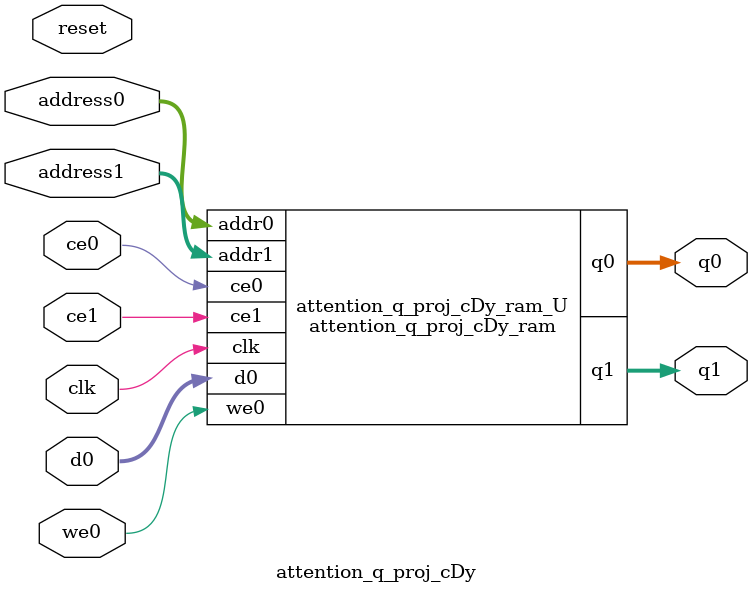
<source format=v>
`timescale 1 ns / 1 ps
module attention_q_proj_cDy_ram (addr0, ce0, d0, we0, q0, addr1, ce1, q1,  clk);

parameter DWIDTH = 38;
parameter AWIDTH = 9;
parameter MEM_SIZE = 384;

input[AWIDTH-1:0] addr0;
input ce0;
input[DWIDTH-1:0] d0;
input we0;
output reg[DWIDTH-1:0] q0;
input[AWIDTH-1:0] addr1;
input ce1;
output reg[DWIDTH-1:0] q1;
input clk;

(* ram_style = "block" *)reg [DWIDTH-1:0] ram[0:MEM_SIZE-1];




always @(posedge clk)  
begin 
    if (ce0) begin
        if (we0) 
            ram[addr0] <= d0; 
        q0 <= ram[addr0];
    end
end


always @(posedge clk)  
begin 
    if (ce1) begin
        q1 <= ram[addr1];
    end
end


endmodule

`timescale 1 ns / 1 ps
module attention_q_proj_cDy(
    reset,
    clk,
    address0,
    ce0,
    we0,
    d0,
    q0,
    address1,
    ce1,
    q1);

parameter DataWidth = 32'd38;
parameter AddressRange = 32'd384;
parameter AddressWidth = 32'd9;
input reset;
input clk;
input[AddressWidth - 1:0] address0;
input ce0;
input we0;
input[DataWidth - 1:0] d0;
output[DataWidth - 1:0] q0;
input[AddressWidth - 1:0] address1;
input ce1;
output[DataWidth - 1:0] q1;



attention_q_proj_cDy_ram attention_q_proj_cDy_ram_U(
    .clk( clk ),
    .addr0( address0 ),
    .ce0( ce0 ),
    .we0( we0 ),
    .d0( d0 ),
    .q0( q0 ),
    .addr1( address1 ),
    .ce1( ce1 ),
    .q1( q1 ));

endmodule


</source>
